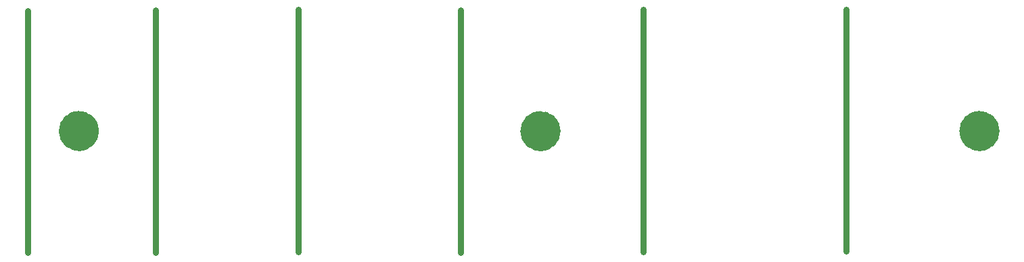
<source format=gto>
G04 #@! TF.GenerationSoftware,KiCad,Pcbnew,7.0.1*
G04 #@! TF.CreationDate,2023-10-11T18:59:39-05:00*
G04 #@! TF.ProjectId,Touch_Board,546f7563-685f-4426-9f61-72642e6b6963,1*
G04 #@! TF.SameCoordinates,Original*
G04 #@! TF.FileFunction,Legend,Top*
G04 #@! TF.FilePolarity,Positive*
%FSLAX46Y46*%
G04 Gerber Fmt 4.6, Leading zero omitted, Abs format (unit mm)*
G04 Created by KiCad (PCBNEW 7.0.1) date 2023-10-11 18:59:39*
%MOMM*%
%LPD*%
G01*
G04 APERTURE LIST*
%ADD10C,0.800000*%
%ADD11C,2.505000*%
%ADD12C,2.250000*%
%ADD13C,2.100000*%
G04 APERTURE END LIST*
D10*
X181549500Y-20787500D02*
X181549500Y-51140500D01*
D11*
X155382200Y-35989300D02*
G75*
G03*
X155382200Y-35989300I-1252500J0D01*
G01*
D10*
X147703500Y-20876300D02*
X147703500Y-51229300D01*
X250192500Y-20723900D02*
X250192500Y-51076900D01*
D11*
X268107400Y-35989300D02*
G75*
G03*
X268107400Y-35989300I-1252500J0D01*
G01*
X213154500Y-36002000D02*
G75*
G03*
X213154500Y-36002000I-1252500J0D01*
G01*
D10*
X224799500Y-20787500D02*
X224799500Y-51140500D01*
X201899500Y-20863600D02*
X201899500Y-51216600D01*
X163699500Y-20837500D02*
X163699500Y-51190500D01*
%LPC*%
D12*
X142822300Y-31724600D03*
D13*
X222989500Y-43544000D03*
D12*
X142822300Y-22724600D03*
D13*
X248409500Y-43554000D03*
X179709500Y-43604000D03*
D12*
X145922300Y-21924600D03*
X142822300Y-28724600D03*
D13*
X200109500Y-28174000D03*
D12*
X142822300Y-25724600D03*
D13*
X179719500Y-28154000D03*
X222999500Y-28134000D03*
X248369500Y-28074000D03*
D12*
X139822300Y-27724600D03*
D13*
X200069500Y-43554000D03*
X161919500Y-28144000D03*
D12*
X274989500Y-48414000D03*
X139822300Y-21724600D03*
X199989500Y-50014000D03*
X139789700Y-30724600D03*
X275089500Y-30114000D03*
D13*
X161909500Y-43574000D03*
D12*
X139822300Y-24724600D03*
X142822300Y-34724600D03*
X139822300Y-33724600D03*
M02*

</source>
